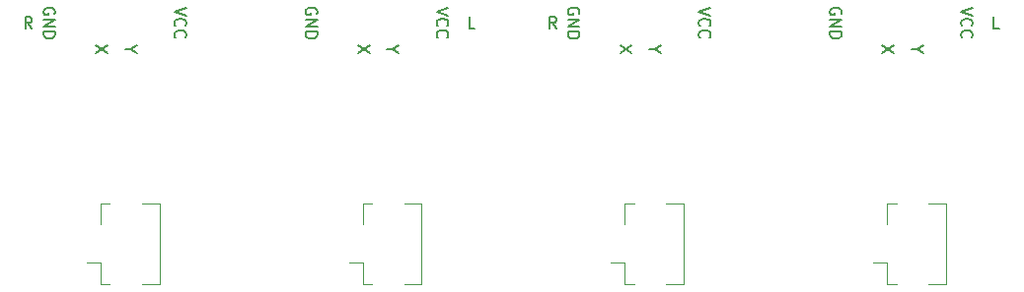
<source format=gbr>
%TF.GenerationSoftware,KiCad,Pcbnew,(5.1.10-1-10_14)*%
%TF.CreationDate,2021-07-07T01:14:00+09:00*%
%TF.ProjectId,StickPlate,53746963-6b50-46c6-9174-652e6b696361,rev?*%
%TF.SameCoordinates,Original*%
%TF.FileFunction,Legend,Top*%
%TF.FilePolarity,Positive*%
%FSLAX46Y46*%
G04 Gerber Fmt 4.6, Leading zero omitted, Abs format (unit mm)*
G04 Created by KiCad (PCBNEW (5.1.10-1-10_14)) date 2021-07-07 01:14:00*
%MOMM*%
%LPD*%
G01*
G04 APERTURE LIST*
%ADD10C,0.150000*%
%ADD11C,0.120000*%
G04 APERTURE END LIST*
D10*
X178809523Y-74702380D02*
X178476190Y-74226190D01*
X178238095Y-74702380D02*
X178238095Y-73702380D01*
X178619047Y-73702380D01*
X178714285Y-73750000D01*
X178761904Y-73797619D01*
X178809523Y-73892857D01*
X178809523Y-74035714D01*
X178761904Y-74130952D01*
X178714285Y-74178571D01*
X178619047Y-74226190D01*
X178238095Y-74226190D01*
X185297619Y-76166666D02*
X184297619Y-76833333D01*
X185297619Y-76833333D02*
X184297619Y-76166666D01*
X209773809Y-76500000D02*
X209297619Y-76500000D01*
X210297619Y-76166666D02*
X209773809Y-76500000D01*
X210297619Y-76833333D01*
X192047619Y-72916666D02*
X191047619Y-73250000D01*
X192047619Y-73583333D01*
X191142857Y-74488095D02*
X191095238Y-74440476D01*
X191047619Y-74297619D01*
X191047619Y-74202380D01*
X191095238Y-74059523D01*
X191190476Y-73964285D01*
X191285714Y-73916666D01*
X191476190Y-73869047D01*
X191619047Y-73869047D01*
X191809523Y-73916666D01*
X191904761Y-73964285D01*
X192000000Y-74059523D01*
X192047619Y-74202380D01*
X192047619Y-74297619D01*
X192000000Y-74440476D01*
X191952380Y-74488095D01*
X191142857Y-75488095D02*
X191095238Y-75440476D01*
X191047619Y-75297619D01*
X191047619Y-75202380D01*
X191095238Y-75059523D01*
X191190476Y-74964285D01*
X191285714Y-74916666D01*
X191476190Y-74869047D01*
X191619047Y-74869047D01*
X191809523Y-74916666D01*
X191904761Y-74964285D01*
X192000000Y-75059523D01*
X192047619Y-75202380D01*
X192047619Y-75297619D01*
X192000000Y-75440476D01*
X191952380Y-75488095D01*
X207797619Y-76166666D02*
X206797619Y-76833333D01*
X207797619Y-76833333D02*
X206797619Y-76166666D01*
X187273809Y-76500000D02*
X186797619Y-76500000D01*
X187797619Y-76166666D02*
X187273809Y-76500000D01*
X187797619Y-76833333D01*
X214547619Y-72916666D02*
X213547619Y-73250000D01*
X214547619Y-73583333D01*
X213642857Y-74488095D02*
X213595238Y-74440476D01*
X213547619Y-74297619D01*
X213547619Y-74202380D01*
X213595238Y-74059523D01*
X213690476Y-73964285D01*
X213785714Y-73916666D01*
X213976190Y-73869047D01*
X214119047Y-73869047D01*
X214309523Y-73916666D01*
X214404761Y-73964285D01*
X214500000Y-74059523D01*
X214547619Y-74202380D01*
X214547619Y-74297619D01*
X214500000Y-74440476D01*
X214452380Y-74488095D01*
X213642857Y-75488095D02*
X213595238Y-75440476D01*
X213547619Y-75297619D01*
X213547619Y-75202380D01*
X213595238Y-75059523D01*
X213690476Y-74964285D01*
X213785714Y-74916666D01*
X213976190Y-74869047D01*
X214119047Y-74869047D01*
X214309523Y-74916666D01*
X214404761Y-74964285D01*
X214500000Y-75059523D01*
X214547619Y-75202380D01*
X214547619Y-75297619D01*
X214500000Y-75440476D01*
X214452380Y-75488095D01*
X180750000Y-73488095D02*
X180797619Y-73392857D01*
X180797619Y-73250000D01*
X180750000Y-73107142D01*
X180654761Y-73011904D01*
X180559523Y-72964285D01*
X180369047Y-72916666D01*
X180226190Y-72916666D01*
X180035714Y-72964285D01*
X179940476Y-73011904D01*
X179845238Y-73107142D01*
X179797619Y-73250000D01*
X179797619Y-73345238D01*
X179845238Y-73488095D01*
X179892857Y-73535714D01*
X180226190Y-73535714D01*
X180226190Y-73345238D01*
X179797619Y-73964285D02*
X180797619Y-73964285D01*
X179797619Y-74535714D01*
X180797619Y-74535714D01*
X179797619Y-75011904D02*
X180797619Y-75011904D01*
X180797619Y-75250000D01*
X180750000Y-75392857D01*
X180654761Y-75488095D01*
X180559523Y-75535714D01*
X180369047Y-75583333D01*
X180226190Y-75583333D01*
X180035714Y-75535714D01*
X179940476Y-75488095D01*
X179845238Y-75392857D01*
X179797619Y-75250000D01*
X179797619Y-75011904D01*
X203250000Y-73488095D02*
X203297619Y-73392857D01*
X203297619Y-73250000D01*
X203250000Y-73107142D01*
X203154761Y-73011904D01*
X203059523Y-72964285D01*
X202869047Y-72916666D01*
X202726190Y-72916666D01*
X202535714Y-72964285D01*
X202440476Y-73011904D01*
X202345238Y-73107142D01*
X202297619Y-73250000D01*
X202297619Y-73345238D01*
X202345238Y-73488095D01*
X202392857Y-73535714D01*
X202726190Y-73535714D01*
X202726190Y-73345238D01*
X202297619Y-73964285D02*
X203297619Y-73964285D01*
X202297619Y-74535714D01*
X203297619Y-74535714D01*
X202297619Y-75011904D02*
X203297619Y-75011904D01*
X203297619Y-75250000D01*
X203250000Y-75392857D01*
X203154761Y-75488095D01*
X203059523Y-75535714D01*
X202869047Y-75583333D01*
X202726190Y-75583333D01*
X202535714Y-75535714D01*
X202440476Y-75488095D01*
X202345238Y-75392857D01*
X202297619Y-75250000D01*
X202297619Y-75011904D01*
X216809523Y-74702380D02*
X216333333Y-74702380D01*
X216333333Y-73702380D01*
X171809523Y-74702380D02*
X171333333Y-74702380D01*
X171333333Y-73702380D01*
X133809523Y-74702380D02*
X133476190Y-74226190D01*
X133238095Y-74702380D02*
X133238095Y-73702380D01*
X133619047Y-73702380D01*
X133714285Y-73750000D01*
X133761904Y-73797619D01*
X133809523Y-73892857D01*
X133809523Y-74035714D01*
X133761904Y-74130952D01*
X133714285Y-74178571D01*
X133619047Y-74226190D01*
X133238095Y-74226190D01*
X169547619Y-72916666D02*
X168547619Y-73250000D01*
X169547619Y-73583333D01*
X168642857Y-74488095D02*
X168595238Y-74440476D01*
X168547619Y-74297619D01*
X168547619Y-74202380D01*
X168595238Y-74059523D01*
X168690476Y-73964285D01*
X168785714Y-73916666D01*
X168976190Y-73869047D01*
X169119047Y-73869047D01*
X169309523Y-73916666D01*
X169404761Y-73964285D01*
X169500000Y-74059523D01*
X169547619Y-74202380D01*
X169547619Y-74297619D01*
X169500000Y-74440476D01*
X169452380Y-74488095D01*
X168642857Y-75488095D02*
X168595238Y-75440476D01*
X168547619Y-75297619D01*
X168547619Y-75202380D01*
X168595238Y-75059523D01*
X168690476Y-74964285D01*
X168785714Y-74916666D01*
X168976190Y-74869047D01*
X169119047Y-74869047D01*
X169309523Y-74916666D01*
X169404761Y-74964285D01*
X169500000Y-75059523D01*
X169547619Y-75202380D01*
X169547619Y-75297619D01*
X169500000Y-75440476D01*
X169452380Y-75488095D01*
X164773809Y-76500000D02*
X164297619Y-76500000D01*
X165297619Y-76166666D02*
X164773809Y-76500000D01*
X165297619Y-76833333D01*
X162797619Y-76166666D02*
X161797619Y-76833333D01*
X162797619Y-76833333D02*
X161797619Y-76166666D01*
X158250000Y-73488095D02*
X158297619Y-73392857D01*
X158297619Y-73250000D01*
X158250000Y-73107142D01*
X158154761Y-73011904D01*
X158059523Y-72964285D01*
X157869047Y-72916666D01*
X157726190Y-72916666D01*
X157535714Y-72964285D01*
X157440476Y-73011904D01*
X157345238Y-73107142D01*
X157297619Y-73250000D01*
X157297619Y-73345238D01*
X157345238Y-73488095D01*
X157392857Y-73535714D01*
X157726190Y-73535714D01*
X157726190Y-73345238D01*
X157297619Y-73964285D02*
X158297619Y-73964285D01*
X157297619Y-74535714D01*
X158297619Y-74535714D01*
X157297619Y-75011904D02*
X158297619Y-75011904D01*
X158297619Y-75250000D01*
X158250000Y-75392857D01*
X158154761Y-75488095D01*
X158059523Y-75535714D01*
X157869047Y-75583333D01*
X157726190Y-75583333D01*
X157535714Y-75535714D01*
X157440476Y-75488095D01*
X157345238Y-75392857D01*
X157297619Y-75250000D01*
X157297619Y-75011904D01*
X140297619Y-76166666D02*
X139297619Y-76833333D01*
X140297619Y-76833333D02*
X139297619Y-76166666D01*
X142273809Y-76500000D02*
X141797619Y-76500000D01*
X142797619Y-76166666D02*
X142273809Y-76500000D01*
X142797619Y-76833333D01*
X147047619Y-72916666D02*
X146047619Y-73250000D01*
X147047619Y-73583333D01*
X146142857Y-74488095D02*
X146095238Y-74440476D01*
X146047619Y-74297619D01*
X146047619Y-74202380D01*
X146095238Y-74059523D01*
X146190476Y-73964285D01*
X146285714Y-73916666D01*
X146476190Y-73869047D01*
X146619047Y-73869047D01*
X146809523Y-73916666D01*
X146904761Y-73964285D01*
X147000000Y-74059523D01*
X147047619Y-74202380D01*
X147047619Y-74297619D01*
X147000000Y-74440476D01*
X146952380Y-74488095D01*
X146142857Y-75488095D02*
X146095238Y-75440476D01*
X146047619Y-75297619D01*
X146047619Y-75202380D01*
X146095238Y-75059523D01*
X146190476Y-74964285D01*
X146285714Y-74916666D01*
X146476190Y-74869047D01*
X146619047Y-74869047D01*
X146809523Y-74916666D01*
X146904761Y-74964285D01*
X147000000Y-75059523D01*
X147047619Y-75202380D01*
X147047619Y-75297619D01*
X147000000Y-75440476D01*
X146952380Y-75488095D01*
X135750000Y-73488095D02*
X135797619Y-73392857D01*
X135797619Y-73250000D01*
X135750000Y-73107142D01*
X135654761Y-73011904D01*
X135559523Y-72964285D01*
X135369047Y-72916666D01*
X135226190Y-72916666D01*
X135035714Y-72964285D01*
X134940476Y-73011904D01*
X134845238Y-73107142D01*
X134797619Y-73250000D01*
X134797619Y-73345238D01*
X134845238Y-73488095D01*
X134892857Y-73535714D01*
X135226190Y-73535714D01*
X135226190Y-73345238D01*
X134797619Y-73964285D02*
X135797619Y-73964285D01*
X134797619Y-74535714D01*
X135797619Y-74535714D01*
X134797619Y-75011904D02*
X135797619Y-75011904D01*
X135797619Y-75250000D01*
X135750000Y-75392857D01*
X135654761Y-75488095D01*
X135559523Y-75535714D01*
X135369047Y-75583333D01*
X135226190Y-75583333D01*
X135035714Y-75535714D01*
X134940476Y-75488095D01*
X134845238Y-75392857D01*
X134797619Y-75250000D01*
X134797619Y-75011904D01*
D11*
%TO.C,J2*%
X207200000Y-94910000D02*
X207200000Y-96750000D01*
X207200000Y-96750000D02*
X208000000Y-96750000D01*
X207200000Y-91590000D02*
X207200000Y-89750000D01*
X207200000Y-89750000D02*
X208000000Y-89750000D01*
X210750000Y-96750000D02*
X212240000Y-96750000D01*
X212250000Y-96750000D02*
X212250000Y-89750000D01*
X212250000Y-89750000D02*
X210750000Y-89750000D01*
X207200000Y-94910000D02*
X206000000Y-94910000D01*
X184700000Y-94910000D02*
X184700000Y-96750000D01*
X184700000Y-96750000D02*
X185500000Y-96750000D01*
X184700000Y-91590000D02*
X184700000Y-89750000D01*
X184700000Y-89750000D02*
X185500000Y-89750000D01*
X188250000Y-96750000D02*
X189740000Y-96750000D01*
X189750000Y-96750000D02*
X189750000Y-89750000D01*
X189750000Y-89750000D02*
X188250000Y-89750000D01*
X184700000Y-94910000D02*
X183500000Y-94910000D01*
X162200000Y-94910000D02*
X162200000Y-96750000D01*
X162200000Y-96750000D02*
X163000000Y-96750000D01*
X162200000Y-91590000D02*
X162200000Y-89750000D01*
X162200000Y-89750000D02*
X163000000Y-89750000D01*
X165750000Y-96750000D02*
X167240000Y-96750000D01*
X167250000Y-96750000D02*
X167250000Y-89750000D01*
X167250000Y-89750000D02*
X165750000Y-89750000D01*
X162200000Y-94910000D02*
X161000000Y-94910000D01*
X139700000Y-94910000D02*
X139700000Y-96750000D01*
X139700000Y-96750000D02*
X140500000Y-96750000D01*
X139700000Y-91590000D02*
X139700000Y-89750000D01*
X139700000Y-89750000D02*
X140500000Y-89750000D01*
X143250000Y-96750000D02*
X144740000Y-96750000D01*
X144750000Y-96750000D02*
X144750000Y-89750000D01*
X144750000Y-89750000D02*
X143250000Y-89750000D01*
X139700000Y-94910000D02*
X138500000Y-94910000D01*
%TD*%
M02*

</source>
